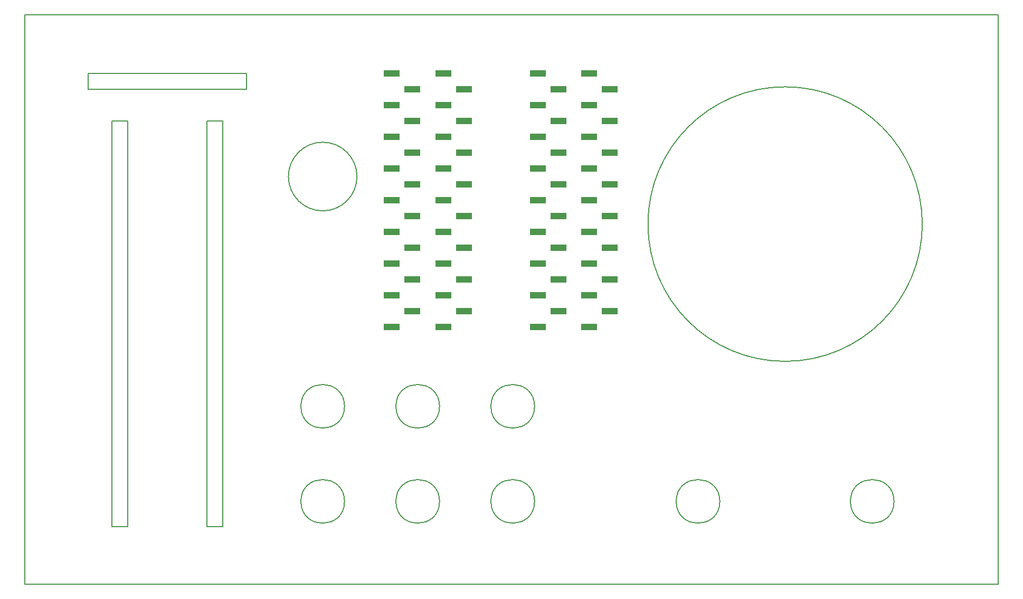
<source format=gbr>
G04 #@! TF.GenerationSoftware,KiCad,Pcbnew,5.0.0-fee4fd1~66~ubuntu18.04.1*
G04 #@! TF.CreationDate,2018-09-21T23:05:29+02:00*
G04 #@! TF.ProjectId,Top,546F702E6B696361645F706362000000,rev?*
G04 #@! TF.SameCoordinates,Original*
G04 #@! TF.FileFunction,Paste,Bot*
G04 #@! TF.FilePolarity,Positive*
%FSLAX46Y46*%
G04 Gerber Fmt 4.6, Leading zero omitted, Abs format (unit mm)*
G04 Created by KiCad (PCBNEW 5.0.0-fee4fd1~66~ubuntu18.04.1) date Fri Sep 21 23:05:29 2018*
%MOMM*%
%LPD*%
G01*
G04 APERTURE LIST*
%ADD10C,0.200000*%
%ADD11R,2.510000X1.000000*%
G04 APERTURE END LIST*
D10*
X228290000Y-142240000D02*
G75*
G03X228290000Y-142240000I-3500000J0D01*
G01*
X200350000Y-142240000D02*
G75*
G03X200350000Y-142240000I-3500000J0D01*
G01*
X102870000Y-81280000D02*
X102870000Y-146280000D01*
X105410000Y-146280000D02*
X105410000Y-81280000D01*
X118110000Y-81280000D02*
X118110000Y-146280000D01*
X120650000Y-81280000D02*
X120650000Y-146280000D01*
X99060000Y-73660000D02*
X124460000Y-73660000D01*
X99060000Y-76200000D02*
X99060000Y-73660000D01*
X124460000Y-76200000D02*
X99060000Y-76200000D01*
X124460000Y-73660000D02*
X124460000Y-76200000D01*
X142152000Y-90170000D02*
G75*
G03X142152000Y-90170000I-5500000J0D01*
G01*
X170632000Y-142240000D02*
G75*
G03X170632000Y-142240000I-3500000J0D01*
G01*
X170632000Y-127000000D02*
G75*
G03X170632000Y-127000000I-3500000J0D01*
G01*
X155392000Y-127000000D02*
G75*
G03X155392000Y-127000000I-3500000J0D01*
G01*
X155392000Y-142240000D02*
G75*
G03X155392000Y-142240000I-3500000J0D01*
G01*
X140152000Y-142240000D02*
G75*
G03X140152000Y-142240000I-3500000J0D01*
G01*
X140152000Y-127000000D02*
G75*
G03X140152000Y-127000000I-3500000J0D01*
G01*
X102870000Y-81280000D02*
X105410000Y-81280000D01*
X120650000Y-81280000D02*
X118110000Y-81280000D01*
X105410000Y-146280000D02*
X102870000Y-146280000D01*
X118110000Y-146280000D02*
X120650000Y-146280000D01*
X232820000Y-97790000D02*
G75*
G03X232820000Y-97790000I-22000000J0D01*
G01*
X88900000Y-64300000D02*
X88900000Y-155500000D01*
X245000000Y-64262000D02*
X88900000Y-64262000D01*
X245000000Y-155500000D02*
X245000000Y-64300000D01*
X88900000Y-155500000D02*
X245000000Y-155500000D01*
D11*
G04 #@! TO.C,J2*
X179390000Y-114320000D03*
X179390000Y-109240000D03*
X179390000Y-104160000D03*
X179390000Y-99080000D03*
X179390000Y-94000000D03*
X179390000Y-88920000D03*
X179390000Y-83840000D03*
X179390000Y-78760000D03*
X179390000Y-73680000D03*
X182700000Y-111780000D03*
X182700000Y-106700000D03*
X182700000Y-101620000D03*
X182700000Y-96540000D03*
X182700000Y-91460000D03*
X182700000Y-86380000D03*
X182700000Y-81300000D03*
X182700000Y-76220000D03*
G04 #@! TD*
G04 #@! TO.C,J3*
X147697000Y-114300000D03*
X147697000Y-109220000D03*
X147697000Y-104140000D03*
X147697000Y-99060000D03*
X147697000Y-93980000D03*
X147697000Y-88900000D03*
X147697000Y-83820000D03*
X147697000Y-78740000D03*
X147697000Y-73660000D03*
X151007000Y-111760000D03*
X151007000Y-106680000D03*
X151007000Y-101600000D03*
X151007000Y-96520000D03*
X151007000Y-91440000D03*
X151007000Y-86360000D03*
X151007000Y-81280000D03*
X151007000Y-76200000D03*
G04 #@! TD*
G04 #@! TO.C,J1*
X174505000Y-76220000D03*
X174505000Y-81300000D03*
X174505000Y-86380000D03*
X174505000Y-91460000D03*
X174505000Y-96540000D03*
X174505000Y-101620000D03*
X174505000Y-106700000D03*
X174505000Y-111780000D03*
X171195000Y-73680000D03*
X171195000Y-78760000D03*
X171195000Y-83840000D03*
X171195000Y-88920000D03*
X171195000Y-94000000D03*
X171195000Y-99080000D03*
X171195000Y-104160000D03*
X171195000Y-109240000D03*
X171195000Y-114320000D03*
G04 #@! TD*
G04 #@! TO.C,J2*
X159305000Y-76220000D03*
X159305000Y-81300000D03*
X159305000Y-86380000D03*
X159305000Y-91460000D03*
X159305000Y-96540000D03*
X159305000Y-101620000D03*
X159305000Y-106700000D03*
X159305000Y-111780000D03*
X155995000Y-73680000D03*
X155995000Y-78760000D03*
X155995000Y-83840000D03*
X155995000Y-88920000D03*
X155995000Y-94000000D03*
X155995000Y-99080000D03*
X155995000Y-104160000D03*
X155995000Y-109240000D03*
X155995000Y-114320000D03*
G04 #@! TD*
M02*

</source>
